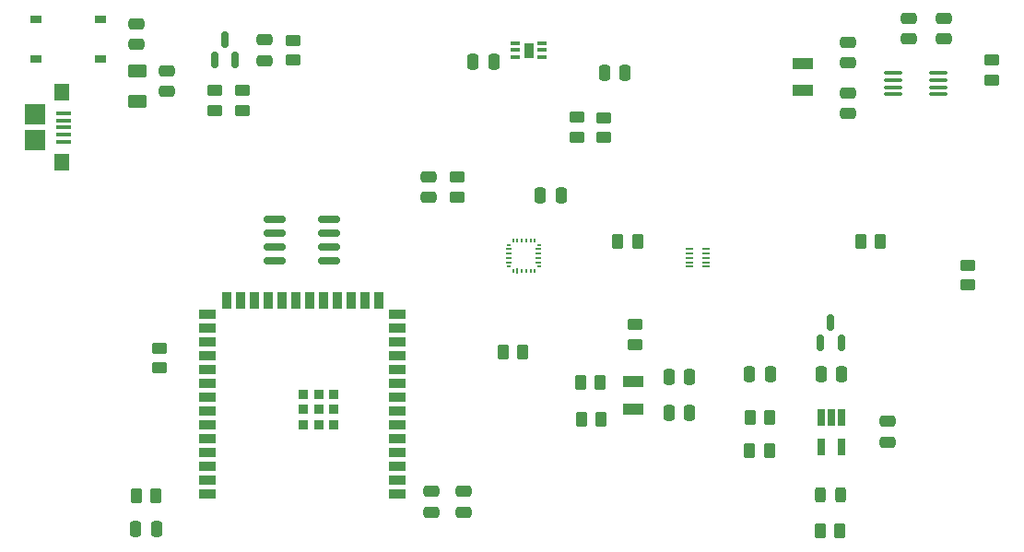
<source format=gbr>
%TF.GenerationSoftware,KiCad,Pcbnew,6.0.11-2627ca5db0~126~ubuntu20.04.1*%
%TF.CreationDate,2023-09-23T16:44:06-04:00*%
%TF.ProjectId,water_meter,77617465-725f-46d6-9574-65722e6b6963,rev?*%
%TF.SameCoordinates,Original*%
%TF.FileFunction,Paste,Top*%
%TF.FilePolarity,Positive*%
%FSLAX46Y46*%
G04 Gerber Fmt 4.6, Leading zero omitted, Abs format (unit mm)*
G04 Created by KiCad (PCBNEW 6.0.11-2627ca5db0~126~ubuntu20.04.1) date 2023-09-23 16:44:06*
%MOMM*%
%LPD*%
G01*
G04 APERTURE LIST*
G04 Aperture macros list*
%AMRoundRect*
0 Rectangle with rounded corners*
0 $1 Rounding radius*
0 $2 $3 $4 $5 $6 $7 $8 $9 X,Y pos of 4 corners*
0 Add a 4 corners polygon primitive as box body*
4,1,4,$2,$3,$4,$5,$6,$7,$8,$9,$2,$3,0*
0 Add four circle primitives for the rounded corners*
1,1,$1+$1,$2,$3*
1,1,$1+$1,$4,$5*
1,1,$1+$1,$6,$7*
1,1,$1+$1,$8,$9*
0 Add four rect primitives between the rounded corners*
20,1,$1+$1,$2,$3,$4,$5,0*
20,1,$1+$1,$4,$5,$6,$7,0*
20,1,$1+$1,$6,$7,$8,$9,0*
20,1,$1+$1,$8,$9,$2,$3,0*%
G04 Aperture macros list end*
%ADD10C,0.010000*%
%ADD11RoundRect,0.250000X0.475000X-0.250000X0.475000X0.250000X-0.475000X0.250000X-0.475000X-0.250000X0*%
%ADD12RoundRect,0.250000X0.250000X0.475000X-0.250000X0.475000X-0.250000X-0.475000X0.250000X-0.475000X0*%
%ADD13RoundRect,0.250000X-0.262500X-0.450000X0.262500X-0.450000X0.262500X0.450000X-0.262500X0.450000X0*%
%ADD14RoundRect,0.243750X-0.243750X-0.456250X0.243750X-0.456250X0.243750X0.456250X-0.243750X0.456250X0*%
%ADD15RoundRect,0.012800X-0.357200X-0.147200X0.357200X-0.147200X0.357200X0.147200X-0.357200X0.147200X0*%
%ADD16R,1.350000X0.400000*%
%ADD17R,1.400000X1.600000*%
%ADD18R,1.900000X1.900000*%
%ADD19R,0.254000X0.330200*%
%ADD20R,0.254000X0.508000*%
%ADD21R,0.254000X0.355600*%
%ADD22R,0.431800X0.254000*%
%ADD23R,0.508000X0.254000*%
%ADD24RoundRect,0.250000X-0.250000X-0.475000X0.250000X-0.475000X0.250000X0.475000X-0.250000X0.475000X0*%
%ADD25RoundRect,0.250000X0.262500X0.450000X-0.262500X0.450000X-0.262500X-0.450000X0.262500X-0.450000X0*%
%ADD26RoundRect,0.250000X0.450000X-0.262500X0.450000X0.262500X-0.450000X0.262500X-0.450000X-0.262500X0*%
%ADD27RoundRect,0.250000X-0.475000X0.250000X-0.475000X-0.250000X0.475000X-0.250000X0.475000X0.250000X0*%
%ADD28R,1.900000X1.100000*%
%ADD29RoundRect,0.250000X-0.450000X0.262500X-0.450000X-0.262500X0.450000X-0.262500X0.450000X0.262500X0*%
%ADD30R,1.500000X0.900000*%
%ADD31R,0.900000X1.500000*%
%ADD32R,0.900000X0.900000*%
%ADD33RoundRect,0.250000X-0.625000X0.375000X-0.625000X-0.375000X0.625000X-0.375000X0.625000X0.375000X0*%
%ADD34R,0.650000X1.560000*%
%ADD35RoundRect,0.150000X-0.825000X-0.150000X0.825000X-0.150000X0.825000X0.150000X-0.825000X0.150000X0*%
%ADD36R,0.765000X0.210000*%
%ADD37RoundRect,0.100000X-0.712500X-0.100000X0.712500X-0.100000X0.712500X0.100000X-0.712500X0.100000X0*%
%ADD38RoundRect,0.150000X0.150000X-0.587500X0.150000X0.587500X-0.150000X0.587500X-0.150000X-0.587500X0*%
%ADD39R,1.000000X0.700000*%
G04 APERTURE END LIST*
%TO.C,U3*%
G36*
X42930000Y44662500D02*
G01*
X42110000Y44662500D01*
X42110000Y45922500D01*
X42930000Y45922500D01*
X42930000Y44662500D01*
G37*
D10*
X42930000Y44662500D02*
X42110000Y44662500D01*
X42110000Y45922500D01*
X42930000Y45922500D01*
X42930000Y44662500D01*
%TD*%
D11*
%TO.C,C10*%
X75530000Y9260000D03*
X75530000Y11160000D03*
%TD*%
D12*
%TO.C,C9*%
X71260000Y15510000D03*
X69360000Y15510000D03*
%TD*%
D13*
%TO.C,R6*%
X69297500Y1080000D03*
X71122500Y1080000D03*
%TD*%
D14*
%TO.C,D2*%
X69322500Y4400000D03*
X71197500Y4400000D03*
%TD*%
D15*
%TO.C,U3*%
X41275000Y45942500D03*
X41275000Y45292500D03*
X41275000Y44642500D03*
X43765000Y44642500D03*
X43765000Y45292500D03*
X43765000Y45942500D03*
%TD*%
D16*
%TO.C,J4*%
X-180000Y39480000D03*
X-180000Y38830000D03*
X-180000Y38180000D03*
X-180000Y37530000D03*
X-180000Y36880000D03*
D17*
X-405000Y41380000D03*
X-405000Y34980000D03*
D18*
X-2855000Y36980000D03*
X-2855000Y39380000D03*
%TD*%
D19*
%TO.C,U4*%
X41084472Y24955640D03*
D20*
X41465472Y25031840D03*
D21*
X41871872Y24955640D03*
X42278272Y24955640D03*
X42684672Y24955640D03*
D19*
X43065672Y24955640D03*
D22*
X43472070Y25387444D03*
D23*
X43421270Y25768444D03*
X43421270Y26174844D03*
X43421270Y26581244D03*
X43421270Y26987644D03*
D22*
X43472070Y27368644D03*
D19*
X43065672Y27800440D03*
D21*
X42684672Y27800440D03*
X42278272Y27800440D03*
X41871872Y27800440D03*
X41465472Y27800440D03*
D19*
X41084472Y27800440D03*
D22*
X40678070Y27368644D03*
D23*
X40728870Y26987644D03*
X40728870Y26581244D03*
X40728870Y26174844D03*
X40728870Y25768444D03*
D22*
X40678070Y25387444D03*
%TD*%
D24*
%TO.C,C3*%
X6412500Y1290000D03*
X8312500Y1290000D03*
%TD*%
D25*
%TO.C,R7*%
X74832500Y27740000D03*
X73007500Y27740000D03*
%TD*%
D26*
%TO.C,R9*%
X8590000Y16077500D03*
X8590000Y17902500D03*
%TD*%
D27*
%TO.C,C4*%
X33580000Y4740000D03*
X33580000Y2840000D03*
%TD*%
%TO.C,C6*%
X36580000Y4740000D03*
X36580000Y2840000D03*
%TD*%
D13*
%TO.C,R2*%
X47357500Y11400000D03*
X49182500Y11400000D03*
%TD*%
%TO.C,R1*%
X6450000Y4370000D03*
X8275000Y4370000D03*
%TD*%
%TO.C,R3*%
X47267500Y14750000D03*
X49092500Y14750000D03*
%TD*%
D28*
%TO.C,Y1*%
X52157500Y14817500D03*
X52157500Y12317500D03*
%TD*%
D12*
%TO.C,C2*%
X57307500Y15272500D03*
X55407500Y15272500D03*
%TD*%
D29*
%TO.C,R5*%
X82870000Y25532500D03*
X82870000Y23707500D03*
%TD*%
D12*
%TO.C,C1*%
X57307500Y11942500D03*
X55407500Y11942500D03*
%TD*%
D30*
%TO.C,U2*%
X30480000Y4540000D03*
X30480000Y5810000D03*
X30480000Y7080000D03*
X30480000Y8350000D03*
X30480000Y9620000D03*
X30480000Y10890000D03*
X30480000Y12160000D03*
X30480000Y13430000D03*
X30480000Y14700000D03*
X30480000Y15970000D03*
X30480000Y17240000D03*
X30480000Y18510000D03*
X30480000Y19780000D03*
X30480000Y21050000D03*
D31*
X28715000Y22300000D03*
X27445000Y22300000D03*
X26175000Y22300000D03*
X24905000Y22300000D03*
X23635000Y22300000D03*
X22365000Y22300000D03*
X21095000Y22300000D03*
X19825000Y22300000D03*
X18555000Y22300000D03*
X17285000Y22300000D03*
X16015000Y22300000D03*
X14745000Y22300000D03*
D30*
X12980000Y21050000D03*
X12980000Y19780000D03*
X12980000Y18510000D03*
X12980000Y17240000D03*
X12980000Y15970000D03*
X12980000Y14700000D03*
X12980000Y13430000D03*
X12980000Y12160000D03*
X12980000Y10890000D03*
X12980000Y9620000D03*
X12980000Y8350000D03*
X12980000Y7080000D03*
X12980000Y5810000D03*
X12980000Y4540000D03*
D32*
X23230000Y12260000D03*
X23230000Y13660000D03*
X21830000Y13660000D03*
X21830000Y10860000D03*
X23230000Y10860000D03*
X24630000Y12260000D03*
X24630000Y13660000D03*
X21830000Y12260000D03*
X24630000Y10860000D03*
%TD*%
D13*
%TO.C,R4*%
X40147500Y17570000D03*
X41972500Y17570000D03*
%TD*%
D11*
%TO.C,C5*%
X9320000Y41500000D03*
X9320000Y43400000D03*
%TD*%
D33*
%TO.C,F1*%
X6570000Y43380000D03*
X6570000Y40580000D03*
%TD*%
D34*
%TO.C,U1*%
X71260000Y11560000D03*
X70310000Y11560000D03*
X69360000Y11560000D03*
X69360000Y8860000D03*
X71260000Y8860000D03*
%TD*%
D11*
%TO.C,C17*%
X6450000Y45820000D03*
X6450000Y47720000D03*
%TD*%
D27*
%TO.C,C14*%
X80630000Y48210000D03*
X80630000Y46310000D03*
%TD*%
%TO.C,C8*%
X77410000Y48210000D03*
X77410000Y46310000D03*
%TD*%
D35*
%TO.C,U8*%
X19195000Y29735000D03*
X19195000Y28465000D03*
X19195000Y27195000D03*
X19195000Y25925000D03*
X24145000Y25925000D03*
X24145000Y27195000D03*
X24145000Y28465000D03*
X24145000Y29735000D03*
%TD*%
D26*
%TO.C,R8*%
X85060000Y42517500D03*
X85060000Y44342500D03*
%TD*%
%TO.C,R16*%
X49430000Y37247500D03*
X49430000Y39072500D03*
%TD*%
D24*
%TO.C,C19*%
X62830000Y15520000D03*
X64730000Y15520000D03*
%TD*%
D25*
%TO.C,R10*%
X64664500Y11492000D03*
X62839500Y11492000D03*
%TD*%
D29*
%TO.C,R15*%
X35980000Y33632500D03*
X35980000Y31807500D03*
%TD*%
D27*
%TO.C,C16*%
X33350000Y33630000D03*
X33350000Y31730000D03*
%TD*%
D11*
%TO.C,C13*%
X71880000Y39450000D03*
X71880000Y41350000D03*
%TD*%
D29*
%TO.C,R11*%
X20920000Y46192500D03*
X20920000Y44367500D03*
%TD*%
D36*
%TO.C,U9*%
X57302000Y26990000D03*
X57302000Y26590000D03*
X57302000Y26190000D03*
X57302000Y25790000D03*
X57302000Y25390000D03*
X58838000Y25390000D03*
X58838000Y25790000D03*
X58838000Y26190000D03*
X58838000Y26590000D03*
X58838000Y26990000D03*
%TD*%
D29*
%TO.C,R12*%
X16220000Y41580000D03*
X16220000Y39755000D03*
%TD*%
D37*
%TO.C,U5*%
X75957500Y43175000D03*
X75957500Y42525000D03*
X75957500Y41875000D03*
X75957500Y41225000D03*
X80182500Y41225000D03*
X80182500Y41875000D03*
X80182500Y42525000D03*
X80182500Y43175000D03*
%TD*%
D12*
%TO.C,C12*%
X39320000Y44180000D03*
X37420000Y44180000D03*
%TD*%
D38*
%TO.C,Q3*%
X69320000Y18392500D03*
X71220000Y18392500D03*
X70270000Y20267500D03*
%TD*%
D27*
%TO.C,C7*%
X71870000Y46000000D03*
X71870000Y44100000D03*
%TD*%
D12*
%TO.C,C18*%
X45510000Y31910000D03*
X43610000Y31910000D03*
%TD*%
D26*
%TO.C,R13*%
X13670000Y39755000D03*
X13670000Y41580000D03*
%TD*%
D28*
%TO.C,Y2*%
X67730000Y41585000D03*
X67730000Y44085000D03*
%TD*%
D26*
%TO.C,R17*%
X46980000Y37297500D03*
X46980000Y39122500D03*
%TD*%
D13*
%TO.C,R14*%
X62819500Y8510000D03*
X64644500Y8510000D03*
%TD*%
D38*
%TO.C,Q2*%
X13670000Y44392500D03*
X15570000Y44392500D03*
X14620000Y46267500D03*
%TD*%
D26*
%TO.C,R19*%
X52250000Y18237500D03*
X52250000Y20062500D03*
%TD*%
D24*
%TO.C,C11*%
X49480000Y43170000D03*
X51380000Y43170000D03*
%TD*%
D25*
%TO.C,R18*%
X52522500Y27700000D03*
X50697500Y27700000D03*
%TD*%
D39*
%TO.C,S1*%
X3220000Y44430000D03*
X-2780000Y44430000D03*
X3220000Y48130000D03*
X-2780000Y48130000D03*
%TD*%
D27*
%TO.C,C15*%
X18270000Y46230000D03*
X18270000Y44330000D03*
%TD*%
M02*

</source>
